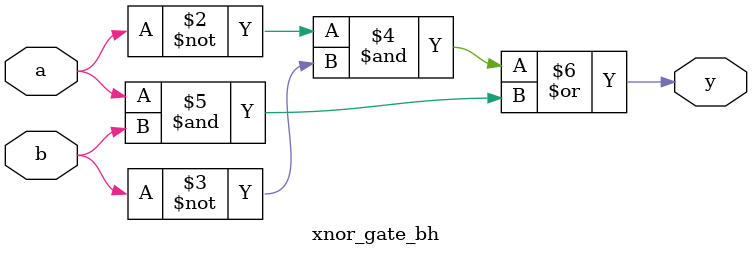
<source format=v>
module xnor_gate_bh (
    input a,
    input b,
    output reg y
);

always @(*) begin
//    y = ~(a ^ b);
    y = (~a & ~b) | (a & b);
end

endmodule

</source>
